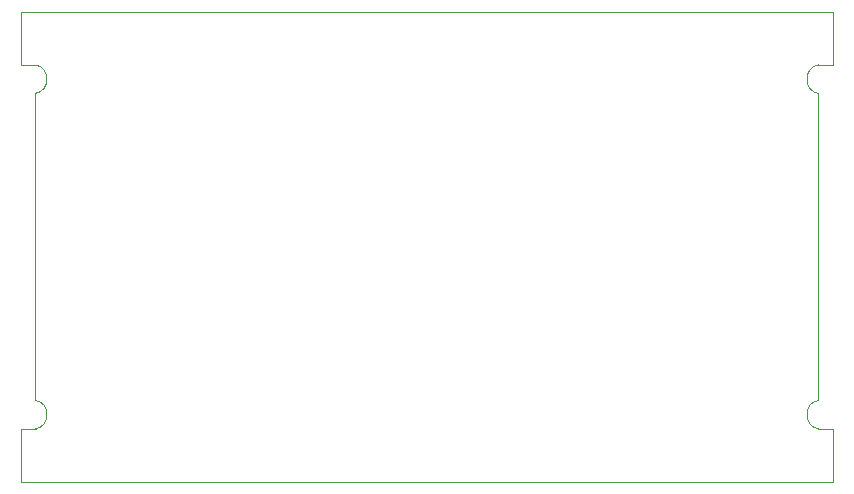
<source format=gm1>
G04 #@! TF.GenerationSoftware,KiCad,Pcbnew,8.0.8*
G04 #@! TF.CreationDate,2025-02-19T13:58:02-05:00*
G04 #@! TF.ProjectId,plot_gerbers,706c6f74-5f67-4657-9262-6572732e6b69,rev?*
G04 #@! TF.SameCoordinates,Original*
G04 #@! TF.FileFunction,Profile,NP*
%FSLAX46Y46*%
G04 Gerber Fmt 4.6, Leading zero omitted, Abs format (unit mm)*
G04 Created by KiCad (PCBNEW 8.0.8) date 2025-02-19 13:58:02*
%MOMM*%
%LPD*%
G01*
G04 APERTURE LIST*
G04 #@! TA.AperFunction,Profile*
%ADD10C,0.050000*%
G04 #@! TD*
G04 APERTURE END LIST*
D10*
X116330000Y-113730000D02*
X115080000Y-113730000D01*
X182610000Y-82930000D02*
X183860000Y-82930000D01*
X183870000Y-113730000D02*
X183870000Y-118230000D01*
X116320000Y-111330000D02*
G75*
G02*
X117270000Y-112530000I-125001J-1075001D01*
G01*
X115070000Y-82930000D02*
X115070000Y-78430000D01*
X181670000Y-112530000D02*
G75*
G02*
X182620000Y-111330000I1075001J124999D01*
G01*
X116320000Y-82930000D02*
X115070000Y-82930000D01*
X117270000Y-84130000D02*
G75*
G02*
X116320000Y-85330000I-1075001J-124999D01*
G01*
X115080000Y-118230000D02*
X115080000Y-113730000D01*
X116320000Y-82930000D02*
G75*
G02*
X117270000Y-84130000I-125001J-1075001D01*
G01*
X117270000Y-112530000D02*
G75*
G02*
X116320000Y-113730000I-1075001J-124999D01*
G01*
X181670000Y-84130000D02*
G75*
G02*
X182620000Y-82930000I1075001J124999D01*
G01*
X182620000Y-113730000D02*
X183870000Y-113730000D01*
X182620000Y-111330000D02*
X182620000Y-85330000D01*
X116320000Y-85330000D02*
X116320000Y-111330000D01*
X115070000Y-78430000D02*
X183860000Y-78430000D01*
X115080000Y-118230000D02*
X183870000Y-118230000D01*
X183860000Y-78430000D02*
X183860000Y-82930000D01*
X182620000Y-113730000D02*
G75*
G02*
X181670000Y-112530000I125001J1075001D01*
G01*
X182620000Y-85330000D02*
G75*
G02*
X181670000Y-84130000I125001J1075001D01*
G01*
M02*

</source>
